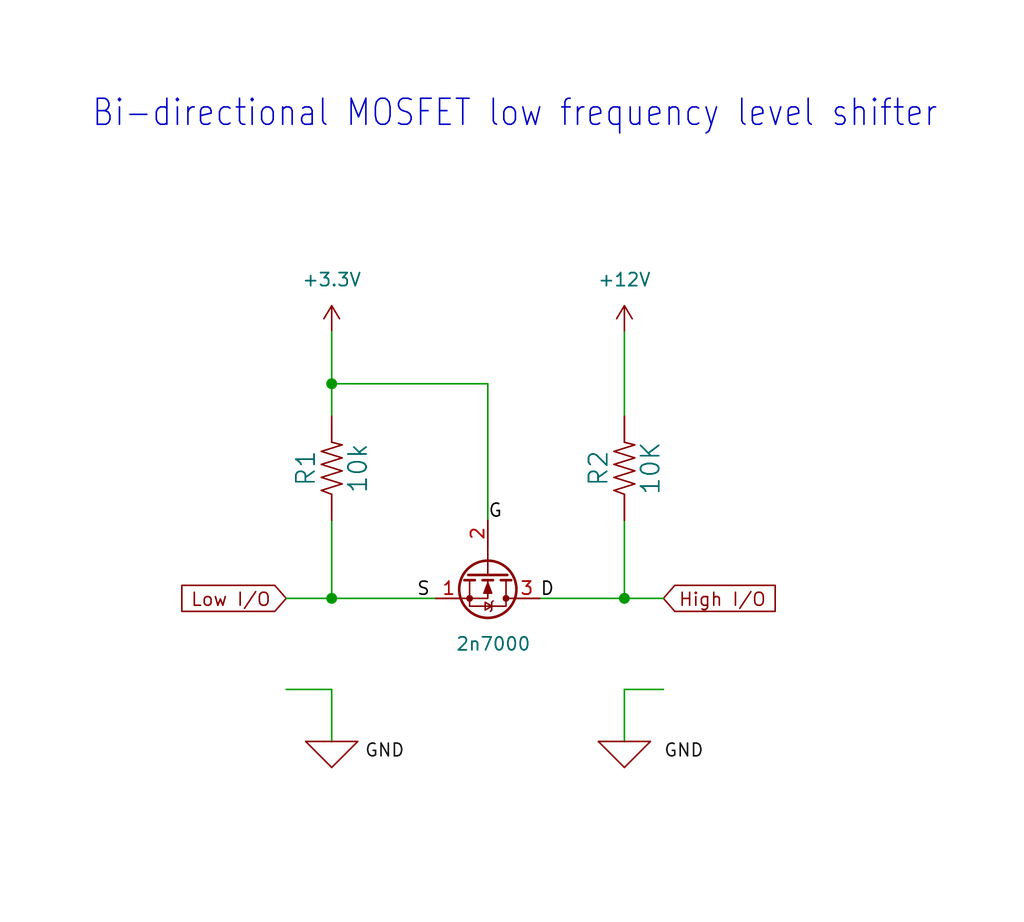
<source format=kicad_sch>
(kicad_sch (version 20230121) (generator eeschema)

  (uuid 07bc8a43-ef34-40fe-8ba7-fddfcc73abd4)

  (paper "User" 99.9998 89.9922)

  (lib_symbols
    (symbol "Transistor_FET:2N7000" (pin_names hide) (in_bom yes) (on_board yes)
      (property "Reference" "Q" (at 5.08 1.905 0)
        (effects (font (size 1.27 1.27)) (justify left))
      )
      (property "Value" "2N7000" (at 5.08 0 0)
        (effects (font (size 1.27 1.27)) (justify left))
      )
      (property "Footprint" "Package_TO_SOT_THT:TO-92_Inline" (at 5.08 -1.905 0)
        (effects (font (size 1.27 1.27) italic) (justify left) hide)
      )
      (property "Datasheet" "https://www.vishay.com/docs/70226/70226.pdf" (at 0 0 0)
        (effects (font (size 1.27 1.27)) (justify left) hide)
      )
      (property "ki_keywords" "N-Channel MOSFET Logic-Level" (at 0 0 0)
        (effects (font (size 1.27 1.27)) hide)
      )
      (property "ki_description" "0.2A Id, 200V Vds, N-Channel MOSFET, 2.6V Logic Level, TO-92" (at 0 0 0)
        (effects (font (size 1.27 1.27)) hide)
      )
      (property "ki_fp_filters" "TO?92*" (at 0 0 0)
        (effects (font (size 1.27 1.27)) hide)
      )
      (symbol "2N7000_0_1"
        (polyline
          (pts
            (xy 0.254 0)
            (xy -2.54 0)
          )
          (stroke (width 0) (type default))
          (fill (type none))
        )
        (polyline
          (pts
            (xy 0.254 1.905)
            (xy 0.254 -1.905)
          )
          (stroke (width 0.254) (type default))
          (fill (type none))
        )
        (polyline
          (pts
            (xy 0.762 -1.27)
            (xy 0.762 -2.286)
          )
          (stroke (width 0.254) (type default))
          (fill (type none))
        )
        (polyline
          (pts
            (xy 0.762 0.508)
            (xy 0.762 -0.508)
          )
          (stroke (width 0.254) (type default))
          (fill (type none))
        )
        (polyline
          (pts
            (xy 0.762 2.286)
            (xy 0.762 1.27)
          )
          (stroke (width 0.254) (type default))
          (fill (type none))
        )
        (polyline
          (pts
            (xy 2.54 2.54)
            (xy 2.54 1.778)
          )
          (stroke (width 0) (type default))
          (fill (type none))
        )
        (polyline
          (pts
            (xy 2.54 -2.54)
            (xy 2.54 0)
            (xy 0.762 0)
          )
          (stroke (width 0) (type default))
          (fill (type none))
        )
        (polyline
          (pts
            (xy 0.762 -1.778)
            (xy 3.302 -1.778)
            (xy 3.302 1.778)
            (xy 0.762 1.778)
          )
          (stroke (width 0) (type default))
          (fill (type none))
        )
        (polyline
          (pts
            (xy 1.016 0)
            (xy 2.032 0.381)
            (xy 2.032 -0.381)
            (xy 1.016 0)
          )
          (stroke (width 0) (type default))
          (fill (type outline))
        )
        (polyline
          (pts
            (xy 2.794 0.508)
            (xy 2.921 0.381)
            (xy 3.683 0.381)
            (xy 3.81 0.254)
          )
          (stroke (width 0) (type default))
          (fill (type none))
        )
        (polyline
          (pts
            (xy 3.302 0.381)
            (xy 2.921 -0.254)
            (xy 3.683 -0.254)
            (xy 3.302 0.381)
          )
          (stroke (width 0) (type default))
          (fill (type none))
        )
        (circle (center 1.651 0) (radius 2.794)
          (stroke (width 0.254) (type default))
          (fill (type none))
        )
        (circle (center 2.54 -1.778) (radius 0.254)
          (stroke (width 0) (type default))
          (fill (type outline))
        )
        (circle (center 2.54 1.778) (radius 0.254)
          (stroke (width 0) (type default))
          (fill (type outline))
        )
      )
      (symbol "2N7000_1_1"
        (pin passive line (at 2.54 -5.08 90) (length 2.54)
          (name "S" (effects (font (size 1.27 1.27))))
          (number "1" (effects (font (size 1.27 1.27))))
        )
        (pin input line (at -5.08 0 0) (length 2.54)
          (name "G" (effects (font (size 1.27 1.27))))
          (number "2" (effects (font (size 1.27 1.27))))
        )
        (pin passive line (at 2.54 5.08 270) (length 2.54)
          (name "D" (effects (font (size 1.27 1.27))))
          (number "3" (effects (font (size 1.27 1.27))))
        )
      )
    )
    (symbol "bi-directional_mosfet_level_shifter-eagle-import:10KOHM-HORIZ_KIT-1/4W-1%" (in_bom yes) (on_board yes)
      (property "Reference" "R" (at 0 1.524 0)
        (effects (font (size 1.778 1.778)) (justify bottom))
      )
      (property "Value" "" (at 0 -1.524 0)
        (effects (font (size 1.778 1.778)) (justify top))
      )
      (property "Footprint" "bi-directional_mosfet_level_shifter:AXIAL-0.3-KIT" (at 0 0 0)
        (effects (font (size 1.27 1.27)) hide)
      )
      (property "Datasheet" "" (at 0 0 0)
        (effects (font (size 1.27 1.27)) hide)
      )
      (property "ki_locked" "" (at 0 0 0)
        (effects (font (size 1.27 1.27)))
      )
      (symbol "10KOHM-HORIZ_KIT-1/4W-1%_1_0"
        (polyline
          (pts
            (xy -2.54 0)
            (xy -2.159 1.016)
          )
          (stroke (width 0.1524) (type solid))
          (fill (type none))
        )
        (polyline
          (pts
            (xy -2.159 1.016)
            (xy -1.524 -1.016)
          )
          (stroke (width 0.1524) (type solid))
          (fill (type none))
        )
        (polyline
          (pts
            (xy -1.524 -1.016)
            (xy -0.889 1.016)
          )
          (stroke (width 0.1524) (type solid))
          (fill (type none))
        )
        (polyline
          (pts
            (xy -0.889 1.016)
            (xy -0.254 -1.016)
          )
          (stroke (width 0.1524) (type solid))
          (fill (type none))
        )
        (polyline
          (pts
            (xy -0.254 -1.016)
            (xy 0.381 1.016)
          )
          (stroke (width 0.1524) (type solid))
          (fill (type none))
        )
        (polyline
          (pts
            (xy 0.381 1.016)
            (xy 1.016 -1.016)
          )
          (stroke (width 0.1524) (type solid))
          (fill (type none))
        )
        (polyline
          (pts
            (xy 1.016 -1.016)
            (xy 1.651 1.016)
          )
          (stroke (width 0.1524) (type solid))
          (fill (type none))
        )
        (polyline
          (pts
            (xy 1.651 1.016)
            (xy 2.286 -1.016)
          )
          (stroke (width 0.1524) (type solid))
          (fill (type none))
        )
        (polyline
          (pts
            (xy 2.286 -1.016)
            (xy 2.54 0)
          )
          (stroke (width 0.1524) (type solid))
          (fill (type none))
        )
        (pin passive line (at -5.08 0 0) (length 2.54)
          (name "1" (effects (font (size 0 0))))
          (number "P$1" (effects (font (size 0 0))))
        )
        (pin passive line (at 5.08 0 180) (length 2.54)
          (name "2" (effects (font (size 0 0))))
          (number "P$2" (effects (font (size 0 0))))
        )
      )
    )
    (symbol "bi-directional_mosfet_level_shifter-eagle-import:GND" (power) (in_bom yes) (on_board yes)
      (property "Reference" "#X_" (at 0 0 0)
        (effects (font (size 1.27 1.27)) hide)
      )
      (property "Value" "GND" (at 0 0 0)
        (effects (font (size 1.27 1.27)) hide)
      )
      (property "Footprint" "" (at 0 0 0)
        (effects (font (size 1.27 1.27)) hide)
      )
      (property "Datasheet" "" (at 0 0 0)
        (effects (font (size 1.27 1.27)) hide)
      )
      (property "ki_locked" "" (at 0 0 0)
        (effects (font (size 1.27 1.27)))
      )
      (symbol "GND_1_0"
        (polyline
          (pts
            (xy -2.54 0)
            (xy 2.54 0)
          )
          (stroke (width 0.1524) (type solid))
          (fill (type none))
        )
        (polyline
          (pts
            (xy 0 -2.54)
            (xy -2.54 0)
          )
          (stroke (width 0.1524) (type solid))
          (fill (type none))
        )
        (polyline
          (pts
            (xy 2.54 0)
            (xy 0 -2.54)
          )
          (stroke (width 0.1524) (type solid))
          (fill (type none))
        )
        (pin power_in line (at 0 0 0) (length 0)
          (name "0" (effects (font (size 0 0))))
          (number "1" (effects (font (size 0 0))))
        )
      )
    )
    (symbol "bi-directional_mosfet_level_shifter-eagle-import:LETTER_L" (in_bom yes) (on_board yes)
      (property "Reference" "#FRAME" (at 0 0 0)
        (effects (font (size 1.27 1.27)) hide)
      )
      (property "Value" "" (at 0 0 0)
        (effects (font (size 1.27 1.27)) hide)
      )
      (property "Footprint" "" (at 0 0 0)
        (effects (font (size 1.27 1.27)) hide)
      )
      (property "Datasheet" "" (at 0 0 0)
        (effects (font (size 1.27 1.27)) hide)
      )
      (property "ki_locked" "" (at 0 0 0)
        (effects (font (size 1.27 1.27)))
      )
      (symbol "LETTER_L_1_0"
        (polyline
          (pts
            (xy 0 0)
            (xy 248.92 0)
            (xy 248.92 185.42)
            (xy 0 185.42)
            (xy 0 0)
          )
          (stroke (width 0) (type default))
          (fill (type none))
        )
      )
      (symbol "LETTER_L_2_0"
        (polyline
          (pts
            (xy 0 0)
            (xy 0 5.08)
          )
          (stroke (width 0.1016) (type solid))
          (fill (type none))
        )
        (polyline
          (pts
            (xy 0 0)
            (xy 71.12 0)
          )
          (stroke (width 0.1016) (type solid))
          (fill (type none))
        )
        (polyline
          (pts
            (xy 0 5.08)
            (xy 0 15.24)
          )
          (stroke (width 0.1016) (type solid))
          (fill (type none))
        )
        (polyline
          (pts
            (xy 0 5.08)
            (xy 71.12 5.08)
          )
          (stroke (width 0.1016) (type solid))
          (fill (type none))
        )
        (polyline
          (pts
            (xy 0 15.24)
            (xy 0 22.86)
          )
          (stroke (width 0.1016) (type solid))
          (fill (type none))
        )
        (polyline
          (pts
            (xy 0 22.86)
            (xy 0 35.56)
          )
          (stroke (width 0.1016) (type solid))
          (fill (type none))
        )
        (polyline
          (pts
            (xy 0 22.86)
            (xy 101.6 22.86)
          )
          (stroke (width 0.1016) (type solid))
          (fill (type none))
        )
        (polyline
          (pts
            (xy 71.12 0)
            (xy 101.6 0)
          )
          (stroke (width 0.1016) (type solid))
          (fill (type none))
        )
        (polyline
          (pts
            (xy 71.12 5.08)
            (xy 71.12 0)
          )
          (stroke (width 0.1016) (type solid))
          (fill (type none))
        )
        (polyline
          (pts
            (xy 71.12 5.08)
            (xy 87.63 5.08)
          )
          (stroke (width 0.1016) (type solid))
          (fill (type none))
        )
        (polyline
          (pts
            (xy 87.63 5.08)
            (xy 101.6 5.08)
          )
          (stroke (width 0.1016) (type solid))
          (fill (type none))
        )
        (polyline
          (pts
            (xy 87.63 15.24)
            (xy 0 15.24)
          )
          (stroke (width 0.1016) (type solid))
          (fill (type none))
        )
        (polyline
          (pts
            (xy 87.63 15.24)
            (xy 87.63 5.08)
          )
          (stroke (width 0.1016) (type solid))
          (fill (type none))
        )
        (polyline
          (pts
            (xy 101.6 5.08)
            (xy 101.6 0)
          )
          (stroke (width 0.1016) (type solid))
          (fill (type none))
        )
        (polyline
          (pts
            (xy 101.6 15.24)
            (xy 87.63 15.24)
          )
          (stroke (width 0.1016) (type solid))
          (fill (type none))
        )
        (polyline
          (pts
            (xy 101.6 15.24)
            (xy 101.6 5.08)
          )
          (stroke (width 0.1016) (type solid))
          (fill (type none))
        )
        (polyline
          (pts
            (xy 101.6 22.86)
            (xy 101.6 15.24)
          )
          (stroke (width 0.1016) (type solid))
          (fill (type none))
        )
        (polyline
          (pts
            (xy 101.6 35.56)
            (xy 0 35.56)
          )
          (stroke (width 0.1016) (type solid))
          (fill (type none))
        )
        (polyline
          (pts
            (xy 101.6 35.56)
            (xy 101.6 22.86)
          )
          (stroke (width 0.1016) (type solid))
          (fill (type none))
        )
        (text "${#}/${##}" (at 86.36 1.27 0)
          (effects (font (size 2.54 2.159)) (justify left bottom))
        )
        (text "${CURRENT_DATE}" (at 12.7 1.27 0)
          (effects (font (size 2.54 2.159)) (justify left bottom))
        )
        (text "${PROJECTNAME}" (at 17.78 19.05 0)
          (effects (font (size 2.54 2.159)) (justify left bottom))
        )
        (text "Date:" (at 1.27 1.27 0)
          (effects (font (size 2.54 2.159)) (justify left bottom))
        )
        (text "Document Number:" (at 1.27 11.43 0)
          (effects (font (size 2.54 2.159)) (justify left bottom))
        )
        (text "REV:" (at 88.9 11.43 0)
          (effects (font (size 2.54 2.159)) (justify left bottom))
        )
        (text "Sheet:" (at 72.39 1.27 0)
          (effects (font (size 2.54 2.159)) (justify left bottom))
        )
        (text "TITLE:" (at 1.27 19.05 0)
          (effects (font (size 2.54 2.159)) (justify left bottom))
        )
      )
    )
    (symbol "power:+12V" (power) (pin_names (offset 0)) (in_bom yes) (on_board yes)
      (property "Reference" "#PWR" (at 0 -3.81 0)
        (effects (font (size 1.27 1.27)) hide)
      )
      (property "Value" "+12V" (at 0 3.556 0)
        (effects (font (size 1.27 1.27)))
      )
      (property "Footprint" "" (at 0 0 0)
        (effects (font (size 1.27 1.27)) hide)
      )
      (property "Datasheet" "" (at 0 0 0)
        (effects (font (size 1.27 1.27)) hide)
      )
      (property "ki_keywords" "global power" (at 0 0 0)
        (effects (font (size 1.27 1.27)) hide)
      )
      (property "ki_description" "Power symbol creates a global label with name \"+12V\"" (at 0 0 0)
        (effects (font (size 1.27 1.27)) hide)
      )
      (symbol "+12V_0_1"
        (polyline
          (pts
            (xy -0.762 1.27)
            (xy 0 2.54)
          )
          (stroke (width 0) (type default))
          (fill (type none))
        )
        (polyline
          (pts
            (xy 0 0)
            (xy 0 2.54)
          )
          (stroke (width 0) (type default))
          (fill (type none))
        )
        (polyline
          (pts
            (xy 0 2.54)
            (xy 0.762 1.27)
          )
          (stroke (width 0) (type default))
          (fill (type none))
        )
      )
      (symbol "+12V_1_1"
        (pin power_in line (at 0 0 90) (length 0) hide
          (name "+12V" (effects (font (size 1.27 1.27))))
          (number "1" (effects (font (size 1.27 1.27))))
        )
      )
    )
    (symbol "power:+3.3V" (power) (pin_names (offset 0)) (in_bom yes) (on_board yes)
      (property "Reference" "#PWR" (at 0 -3.81 0)
        (effects (font (size 1.27 1.27)) hide)
      )
      (property "Value" "+3.3V" (at 0 3.556 0)
        (effects (font (size 1.27 1.27)))
      )
      (property "Footprint" "" (at 0 0 0)
        (effects (font (size 1.27 1.27)) hide)
      )
      (property "Datasheet" "" (at 0 0 0)
        (effects (font (size 1.27 1.27)) hide)
      )
      (property "ki_keywords" "global power" (at 0 0 0)
        (effects (font (size 1.27 1.27)) hide)
      )
      (property "ki_description" "Power symbol creates a global label with name \"+3.3V\"" (at 0 0 0)
        (effects (font (size 1.27 1.27)) hide)
      )
      (symbol "+3.3V_0_1"
        (polyline
          (pts
            (xy -0.762 1.27)
            (xy 0 2.54)
          )
          (stroke (width 0) (type default))
          (fill (type none))
        )
        (polyline
          (pts
            (xy 0 0)
            (xy 0 2.54)
          )
          (stroke (width 0) (type default))
          (fill (type none))
        )
        (polyline
          (pts
            (xy 0 2.54)
            (xy 0.762 1.27)
          )
          (stroke (width 0) (type default))
          (fill (type none))
        )
      )
      (symbol "+3.3V_1_1"
        (pin power_in line (at 0 0 90) (length 0) hide
          (name "+3.3V" (effects (font (size 1.27 1.27))))
          (number "1" (effects (font (size 1.27 1.27))))
        )
      )
    )
  )

  (junction (at 32.385 37.465) (diameter 0) (color 0 0 0 0)
    (uuid 071de925-5471-46df-88d1-d06755542b3a)
  )
  (junction (at 32.385 58.42) (diameter 0) (color 0 0 0 0)
    (uuid 0a9325de-9117-4645-8190-e3e9b20c620c)
  )
  (junction (at 60.96 58.42) (diameter 0) (color 0 0 0 0)
    (uuid e32ba7db-9a73-4308-9b0d-969d0fbf9064)
  )

  (wire (pts (xy 60.96 50.8) (xy 60.96 58.42))
    (stroke (width 0) (type default))
    (uuid 193e05f3-2c74-472c-89a3-9ed5e8eda97d)
  )
  (wire (pts (xy 47.625 37.465) (xy 47.625 50.8))
    (stroke (width 0) (type default))
    (uuid 28f4fc0e-9a93-4cad-831f-d648ef520e66)
  )
  (wire (pts (xy 32.385 37.465) (xy 47.625 37.465))
    (stroke (width 0) (type default))
    (uuid 3048f44f-acaa-43dc-a1f8-e82ce013b5cb)
  )
  (wire (pts (xy 32.385 67.31) (xy 32.385 72.39))
    (stroke (width 0) (type default))
    (uuid 34159be9-228f-45fe-bad2-e80b63c5eb8f)
  )
  (wire (pts (xy 60.96 32.385) (xy 60.96 40.64))
    (stroke (width 0) (type default))
    (uuid 403a78ed-cd05-47b2-989d-d45c9c5c2e07)
  )
  (wire (pts (xy 32.385 37.465) (xy 32.385 40.64))
    (stroke (width 0) (type default))
    (uuid 44596d3c-15fd-4ccb-ac59-1539bd63510b)
  )
  (wire (pts (xy 27.94 67.31) (xy 32.385 67.31))
    (stroke (width 0) (type default))
    (uuid 480e59a6-8f80-4e60-a7fd-006e08df8a61)
  )
  (wire (pts (xy 32.385 58.42) (xy 42.545 58.42))
    (stroke (width 0) (type default))
    (uuid 7dd65ad2-1ccd-40c8-b21b-a7b4c9db46da)
  )
  (wire (pts (xy 60.96 67.31) (xy 64.77 67.31))
    (stroke (width 0) (type default))
    (uuid 92fe1e6f-1aad-4ecd-b3f1-8f078702baa0)
  )
  (wire (pts (xy 27.94 58.42) (xy 32.385 58.42))
    (stroke (width 0) (type default))
    (uuid 9ef69168-fe46-44d6-ab5a-4612d2bf280c)
  )
  (wire (pts (xy 60.96 58.42) (xy 64.77 58.42))
    (stroke (width 0) (type default))
    (uuid a68a8be7-c315-4af4-b5ce-4ce7fd096f27)
  )
  (wire (pts (xy 60.96 58.42) (xy 52.705 58.42))
    (stroke (width 0) (type default))
    (uuid b4a866d2-5f18-4a98-b7d3-d423a49c8c26)
  )
  (wire (pts (xy 32.385 32.385) (xy 32.385 37.465))
    (stroke (width 0) (type default))
    (uuid bd76c525-561d-4d4c-9235-a5963909e561)
  )
  (wire (pts (xy 32.385 50.8) (xy 32.385 58.42))
    (stroke (width 0) (type default))
    (uuid fb49d536-3b93-49fc-ab31-dee635eed4c3)
  )
  (wire (pts (xy 60.96 67.31) (xy 60.96 72.39))
    (stroke (width 0) (type default))
    (uuid fb5a7a19-7606-4615-8840-14dc04383224)
  )

  (text "Bi-directional MOSFET low frequency level shifter" (at 8.89 12.7 0)
    (effects (font (size 2.54 2.159)) (justify left bottom))
    (uuid 002d63d7-daa9-4037-93ad-ce4cf71daad0)
  )
  (text "G" (at 47.625 50.8 0)
    (effects (font (size 1.27 1.27) (color 0 0 0 1)) (justify left bottom))
    (uuid 3dde7150-bf63-4bc5-8c6c-57fa48baa531)
  )
  (text "S" (at 40.64 58.42 0)
    (effects (font (size 1.27 1.27) (color 0 0 0 1)) (justify left bottom))
    (uuid 65994522-3cb3-4ab6-9eb0-690c33bca3cb)
  )
  (text "D" (at 52.705 58.42 0)
    (effects (font (size 1.27 1.27) (color 0 0 0 1)) (justify left bottom))
    (uuid 7f113e81-c308-41ec-8337-2891b36d67ad)
  )
  (text "V1.0" (at 240.665 175.895 0)
    (effects (font (size 2.54 2.159) (color 0 0 194 1)) (justify right bottom))
    (uuid 9dc2a167-2f75-4829-8e94-a1e687f08b8f)
  )

  (label "GND" (at 64.77 74.295 0) (fields_autoplaced)
    (effects (font (size 1.2446 1.2446)) (justify left bottom))
    (uuid 58d0a814-8188-493b-8af4-17f1f5b9b385)
  )
  (label "GND" (at 35.56 74.295 0) (fields_autoplaced)
    (effects (font (size 1.2446 1.2446)) (justify left bottom))
    (uuid 757de593-ae2a-4c78-b8f3-66d175885501)
  )

  (global_label "High I{slash}O" (shape input) (at 64.77 58.42 0) (fields_autoplaced)
    (effects (font (size 1.27 1.27)) (justify left))
    (uuid 07e6b260-5661-4c7e-b43d-153480e455f6)
    (property "Intersheetrefs" "${INTERSHEET_REFS}" (at 76.2219 58.42 0)
      (effects (font (size 1.27 1.27)) (justify left) hide)
    )
  )
  (global_label "Low I{slash}O" (shape input) (at 27.94 58.42 180) (fields_autoplaced)
    (effects (font (size 1.27 1.27)) (justify right))
    (uuid 8b0131dd-f4ab-46a0-8b9f-ac5ac7cabfa4)
    (property "Intersheetrefs" "${INTERSHEET_REFS}" (at 17.2138 58.42 0)
      (effects (font (size 1.27 1.27)) (justify right) hide)
    )
  )

  (symbol (lib_id "power:+3.3V") (at 32.385 32.385 0) (unit 1)
    (in_bom yes) (on_board yes) (dnp no) (fields_autoplaced)
    (uuid 4d816cca-3519-49ad-a0db-75a964503a94)
    (property "Reference" "#PWR01" (at 32.385 36.195 0)
      (effects (font (size 1.27 1.27)) hide)
    )
    (property "Value" "+3.3V" (at 32.385 27.305 0)
      (effects (font (size 1.27 1.27)))
    )
    (property "Footprint" "" (at 32.385 32.385 0)
      (effects (font (size 1.27 1.27)) hide)
    )
    (property "Datasheet" "" (at 32.385 32.385 0)
      (effects (font (size 1.27 1.27)) hide)
    )
    (pin "1" (uuid 7a94eb98-bd08-4010-aaf8-15beb16bc16e))
    (instances
      (project "bi-directional_mosfet_level_shifter"
        (path "/07bc8a43-ef34-40fe-8ba7-fddfcc73abd4"
          (reference "#PWR01") (unit 1)
        )
      )
    )
  )

  (symbol (lib_id "bi-directional_mosfet_level_shifter-eagle-import:10KOHM-HORIZ_KIT-1/4W-1%") (at 32.385 45.72 90) (unit 1)
    (in_bom yes) (on_board yes) (dnp no)
    (uuid 54045798-a152-4ce9-a139-8e8a101b4b8b)
    (property "Reference" "R1" (at 30.861 45.72 0)
      (effects (font (size 1.778 1.778)) (justify bottom))
    )
    (property "Value" "10k" (at 33.909 45.72 0)
      (effects (font (size 1.778 1.778)) (justify top))
    )
    (property "Footprint" "bi-directional_mosfet_level_shifter:AXIAL-0.3-KIT" (at 32.385 45.72 0)
      (effects (font (size 1.27 1.27)) hide)
    )
    (property "Datasheet" "" (at 32.385 45.72 0)
      (effects (font (size 1.27 1.27)) hide)
    )
    (pin "P$2" (uuid 7287820e-9a43-4df9-8327-12148b41afd3))
    (pin "P$1" (uuid abddccaf-3a0c-4259-bd1c-7d6fe8c28374))
    (instances
      (project "bi-directional_mosfet_level_shifter"
        (path "/07bc8a43-ef34-40fe-8ba7-fddfcc73abd4"
          (reference "R1") (unit 1)
        )
      )
    )
  )

  (symbol (lib_id "bi-directional_mosfet_level_shifter-eagle-import:10KOHM-HORIZ_KIT-1/4W-1%") (at 60.96 45.72 90) (unit 1)
    (in_bom yes) (on_board yes) (dnp no)
    (uuid 79a0258e-ebf7-4c3f-9062-6eb1586194ab)
    (property "Reference" "R2" (at 59.436 45.72 0)
      (effects (font (size 1.778 1.778)) (justify bottom))
    )
    (property "Value" "10K" (at 62.484 45.72 0)
      (effects (font (size 1.778 1.778)) (justify top))
    )
    (property "Footprint" "bi-directional_mosfet_level_shifter:AXIAL-0.3-KIT" (at 60.96 45.72 0)
      (effects (font (size 1.27 1.27)) hide)
    )
    (property "Datasheet" "" (at 60.96 45.72 0)
      (effects (font (size 1.27 1.27)) hide)
    )
    (pin "P$1" (uuid 882123ab-ac44-4ff8-9a55-d1ecc5c6c62c))
    (pin "P$2" (uuid 2be94aea-4f9d-4d7c-86b9-bc27cead92ad))
    (instances
      (project "bi-directional_mosfet_level_shifter"
        (path "/07bc8a43-ef34-40fe-8ba7-fddfcc73abd4"
          (reference "R2") (unit 1)
        )
      )
    )
  )

  (symbol (lib_id "bi-directional_mosfet_level_shifter-eagle-import:GND") (at 60.96 72.39 0) (unit 1)
    (in_bom yes) (on_board yes) (dnp no)
    (uuid 7e29a0b5-bac7-41e1-a9db-b39588d29ace)
    (property "Reference" "#X_03" (at 60.96 72.39 0)
      (effects (font (size 1.27 1.27)) hide)
    )
    (property "Value" "GND" (at 60.96 72.39 0)
      (effects (font (size 1.27 1.27)) hide)
    )
    (property "Footprint" "" (at 60.96 72.39 0)
      (effects (font (size 1.27 1.27)) hide)
    )
    (property "Datasheet" "" (at 60.96 72.39 0)
      (effects (font (size 1.27 1.27)) hide)
    )
    (pin "1" (uuid a162ed2c-6c1f-40ee-9a44-ff8f0889fead))
    (instances
      (project "bi-directional_mosfet_level_shifter"
        (path "/07bc8a43-ef34-40fe-8ba7-fddfcc73abd4"
          (reference "#X_03") (unit 1)
        )
      )
    )
  )

  (symbol (lib_id "bi-directional_mosfet_level_shifter-eagle-import:GND") (at 32.385 72.39 0) (unit 1)
    (in_bom yes) (on_board yes) (dnp no)
    (uuid 8ea99465-e47f-4c5d-b44f-52c407308507)
    (property "Reference" "#X_02" (at 32.385 72.39 0)
      (effects (font (size 1.27 1.27)) hide)
    )
    (property "Value" "GND" (at 32.385 72.39 0)
      (effects (font (size 1.27 1.27)) hide)
    )
    (property "Footprint" "" (at 32.385 72.39 0)
      (effects (font (size 1.27 1.27)) hide)
    )
    (property "Datasheet" "" (at 32.385 72.39 0)
      (effects (font (size 1.27 1.27)) hide)
    )
    (pin "1" (uuid 90eb57cf-4ce9-49af-9f08-612014418cc4))
    (instances
      (project "bi-directional_mosfet_level_shifter"
        (path "/07bc8a43-ef34-40fe-8ba7-fddfcc73abd4"
          (reference "#X_02") (unit 1)
        )
      )
    )
  )

  (symbol (lib_id "bi-directional_mosfet_level_shifter-eagle-import:LETTER_L") (at 143.51 182.245 0) (unit 2)
    (in_bom yes) (on_board yes) (dnp no)
    (uuid b50c931c-b8e1-47b9-8176-ceff73e5e01c)
    (property "Reference" "#FRAME1" (at 143.51 182.245 0)
      (effects (font (size 1.27 1.27)) hide)
    )
    (property "Value" "Bi directional level shifter" (at 143.51 182.245 0)
      (effects (font (size 1.27 1.27)) hide)
    )
    (property "Footprint" "" (at 143.51 182.245 0)
      (effects (font (size 1.27 1.27)) hide)
    )
    (property "Datasheet" "" (at 143.51 182.245 0)
      (effects (font (size 1.27 1.27)) hide)
    )
    (property "FRAME_NAME" "Bi-Directional Level Shifter - MOSFET Low Frequency" (at 143.51 182.245 0)
      (effects (font (size 1.27 1.27)) hide)
    )
    (instances
      (project "bi-directional_mosfet_level_shifter"
        (path "/07bc8a43-ef34-40fe-8ba7-fddfcc73abd4"
          (reference "#FRAME1") (unit 2)
        )
      )
    )
  )

  (symbol (lib_id "bi-directional_mosfet_level_shifter-eagle-import:LETTER_L") (at 245.745 -2.54 180) (unit 1)
    (in_bom yes) (on_board yes) (dnp no)
    (uuid d9ce1987-5347-4a86-b6fd-3557ce355509)
    (property "Reference" "#FRAME1" (at 245.745 -2.54 0)
      (effects (font (size 1.27 1.27)) hide)
    )
    (property "Value" "Bi directional level shifter" (at 245.745 -2.54 0)
      (effects (font (size 1.27 1.27)) hide)
    )
    (property "Footprint" "" (at 245.745 -2.54 0)
      (effects (font (size 1.27 1.27)) hide)
    )
    (property "Datasheet" "" (at 245.745 -2.54 0)
      (effects (font (size 1.27 1.27)) hide)
    )
    (property "FRAME_NAME" "Bi-Directional Level Shifter - MOSFET Low Frequency" (at 83.185 15.24 0)
      (effects (font (size 1.27 1.27)) (justify left bottom) hide)
    )
    (instances
      (project "bi-directional_mosfet_level_shifter"
        (path "/07bc8a43-ef34-40fe-8ba7-fddfcc73abd4"
          (reference "#FRAME1") (unit 1)
        )
      )
    )
  )

  (symbol (lib_id "Transistor_FET:2N7000") (at 47.625 55.88 270) (unit 1)
    (in_bom yes) (on_board yes) (dnp no)
    (uuid e8716552-303a-42a7-a35d-ae32dcc8b9bc)
    (property "Reference" "2n7000" (at 44.45 62.865 90)
      (effects (font (size 1.27 1.27)) (justify left))
    )
    (property "Value" "TO-92" (at 44.45 65.405 90)
      (effects (font (size 1.27 1.27)) (justify left) hide)
    )
    (property "Footprint" "Package_TO_SOT_THT:TO-92_Inline" (at 45.72 60.96 0)
      (effects (font (size 1.27 1.27)) (justify left) hide)
    )
    (property "Datasheet" "https://www.vishay.com/docs/70226/70226.pdf" (at 47.625 55.88 0)
      (effects (font (size 1.27 1.27)) (justify left) hide)
    )
    (pin "2" (uuid 6c6288f0-de2e-486f-bddc-39bc7bcc9faf))
    (pin "1" (uuid 0c0bac4a-60e5-4cf0-bf74-10bc52caa9fd))
    (pin "3" (uuid 1045e02e-6a00-41f1-94b5-0920eb0f357b))
    (instances
      (project "bi-directional_mosfet_level_shifter"
        (path "/07bc8a43-ef34-40fe-8ba7-fddfcc73abd4"
          (reference "2n7000") (unit 1)
        )
      )
    )
  )

  (symbol (lib_id "power:+12V") (at 60.96 32.385 0) (unit 1)
    (in_bom yes) (on_board yes) (dnp no) (fields_autoplaced)
    (uuid eac9964c-b485-4806-9336-e3e1a301c99b)
    (property "Reference" "#PWR02" (at 60.96 36.195 0)
      (effects (font (size 1.27 1.27)) hide)
    )
    (property "Value" "+12V" (at 60.96 27.305 0)
      (effects (font (size 1.27 1.27)))
    )
    (property "Footprint" "" (at 60.96 32.385 0)
      (effects (font (size 1.27 1.27)) hide)
    )
    (property "Datasheet" "" (at 60.96 32.385 0)
      (effects (font (size 1.27 1.27)) hide)
    )
    (pin "1" (uuid fe2557f3-c932-417e-8b36-f5804cf84cc3))
    (instances
      (project "bi-directional_mosfet_level_shifter"
        (path "/07bc8a43-ef34-40fe-8ba7-fddfcc73abd4"
          (reference "#PWR02") (unit 1)
        )
      )
    )
  )

  (sheet_instances
    (path "/" (page "1"))
  )
)

</source>
